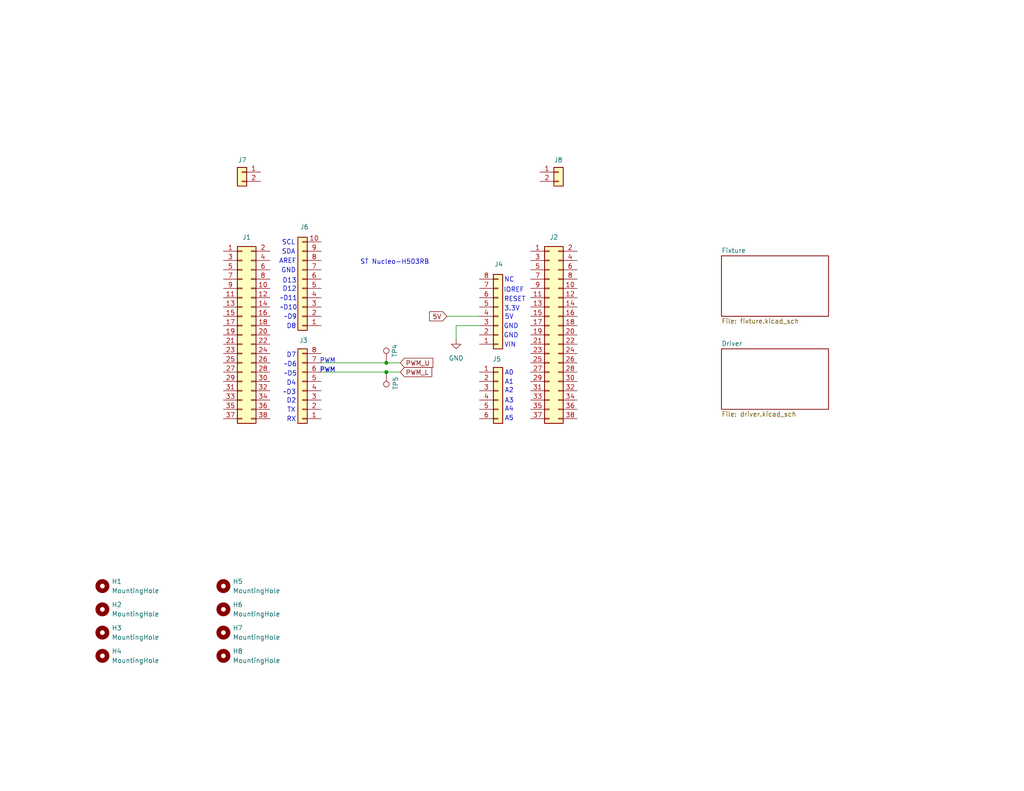
<source format=kicad_sch>
(kicad_sch
	(version 20250114)
	(generator "eeschema")
	(generator_version "9.0")
	(uuid "05d99ba5-bbac-4bd6-931a-0f6166a2e0ac")
	(paper "USLetter")
	(title_block
		(title "Triple Pulse Core Tester")
		(date "2025-01-31")
		(rev "3")
		(company "CoreDataX")
	)
	(lib_symbols
		(symbol "Connector:TestPoint"
			(pin_numbers
				(hide yes)
			)
			(pin_names
				(offset 0.762)
				(hide yes)
			)
			(exclude_from_sim no)
			(in_bom yes)
			(on_board yes)
			(property "Reference" "TP"
				(at 0 6.858 0)
				(effects
					(font
						(size 1.27 1.27)
					)
				)
			)
			(property "Value" "TestPoint"
				(at 0 5.08 0)
				(effects
					(font
						(size 1.27 1.27)
					)
				)
			)
			(property "Footprint" ""
				(at 5.08 0 0)
				(effects
					(font
						(size 1.27 1.27)
					)
					(hide yes)
				)
			)
			(property "Datasheet" "~"
				(at 5.08 0 0)
				(effects
					(font
						(size 1.27 1.27)
					)
					(hide yes)
				)
			)
			(property "Description" "test point"
				(at 0 0 0)
				(effects
					(font
						(size 1.27 1.27)
					)
					(hide yes)
				)
			)
			(property "ki_keywords" "test point tp"
				(at 0 0 0)
				(effects
					(font
						(size 1.27 1.27)
					)
					(hide yes)
				)
			)
			(property "ki_fp_filters" "Pin* Test*"
				(at 0 0 0)
				(effects
					(font
						(size 1.27 1.27)
					)
					(hide yes)
				)
			)
			(symbol "TestPoint_0_1"
				(circle
					(center 0 3.302)
					(radius 0.762)
					(stroke
						(width 0)
						(type default)
					)
					(fill
						(type none)
					)
				)
			)
			(symbol "TestPoint_1_1"
				(pin passive line
					(at 0 0 90)
					(length 2.54)
					(name "1"
						(effects
							(font
								(size 1.27 1.27)
							)
						)
					)
					(number "1"
						(effects
							(font
								(size 1.27 1.27)
							)
						)
					)
				)
			)
			(embedded_fonts no)
		)
		(symbol "Connector_Generic:Conn_01x02"
			(pin_names
				(offset 1.016)
				(hide yes)
			)
			(exclude_from_sim no)
			(in_bom yes)
			(on_board yes)
			(property "Reference" "J"
				(at 0 2.54 0)
				(effects
					(font
						(size 1.27 1.27)
					)
				)
			)
			(property "Value" "Conn_01x02"
				(at 0 -5.08 0)
				(effects
					(font
						(size 1.27 1.27)
					)
				)
			)
			(property "Footprint" ""
				(at 0 0 0)
				(effects
					(font
						(size 1.27 1.27)
					)
					(hide yes)
				)
			)
			(property "Datasheet" "~"
				(at 0 0 0)
				(effects
					(font
						(size 1.27 1.27)
					)
					(hide yes)
				)
			)
			(property "Description" "Generic connector, single row, 01x02, script generated (kicad-library-utils/schlib/autogen/connector/)"
				(at 0 0 0)
				(effects
					(font
						(size 1.27 1.27)
					)
					(hide yes)
				)
			)
			(property "ki_keywords" "connector"
				(at 0 0 0)
				(effects
					(font
						(size 1.27 1.27)
					)
					(hide yes)
				)
			)
			(property "ki_fp_filters" "Connector*:*_1x??_*"
				(at 0 0 0)
				(effects
					(font
						(size 1.27 1.27)
					)
					(hide yes)
				)
			)
			(symbol "Conn_01x02_1_1"
				(rectangle
					(start -1.27 1.27)
					(end 1.27 -3.81)
					(stroke
						(width 0.254)
						(type default)
					)
					(fill
						(type background)
					)
				)
				(rectangle
					(start -1.27 0.127)
					(end 0 -0.127)
					(stroke
						(width 0.1524)
						(type default)
					)
					(fill
						(type none)
					)
				)
				(rectangle
					(start -1.27 -2.413)
					(end 0 -2.667)
					(stroke
						(width 0.1524)
						(type default)
					)
					(fill
						(type none)
					)
				)
				(pin passive line
					(at -5.08 0 0)
					(length 3.81)
					(name "Pin_1"
						(effects
							(font
								(size 1.27 1.27)
							)
						)
					)
					(number "1"
						(effects
							(font
								(size 1.27 1.27)
							)
						)
					)
				)
				(pin passive line
					(at -5.08 -2.54 0)
					(length 3.81)
					(name "Pin_2"
						(effects
							(font
								(size 1.27 1.27)
							)
						)
					)
					(number "2"
						(effects
							(font
								(size 1.27 1.27)
							)
						)
					)
				)
			)
			(embedded_fonts no)
		)
		(symbol "Connector_Generic:Conn_01x06"
			(pin_names
				(offset 1.016)
				(hide yes)
			)
			(exclude_from_sim no)
			(in_bom yes)
			(on_board yes)
			(property "Reference" "J"
				(at 0 7.62 0)
				(effects
					(font
						(size 1.27 1.27)
					)
				)
			)
			(property "Value" "Conn_01x06"
				(at 0 -10.16 0)
				(effects
					(font
						(size 1.27 1.27)
					)
				)
			)
			(property "Footprint" ""
				(at 0 0 0)
				(effects
					(font
						(size 1.27 1.27)
					)
					(hide yes)
				)
			)
			(property "Datasheet" "~"
				(at 0 0 0)
				(effects
					(font
						(size 1.27 1.27)
					)
					(hide yes)
				)
			)
			(property "Description" "Generic connector, single row, 01x06, script generated (kicad-library-utils/schlib/autogen/connector/)"
				(at 0 0 0)
				(effects
					(font
						(size 1.27 1.27)
					)
					(hide yes)
				)
			)
			(property "ki_keywords" "connector"
				(at 0 0 0)
				(effects
					(font
						(size 1.27 1.27)
					)
					(hide yes)
				)
			)
			(property "ki_fp_filters" "Connector*:*_1x??_*"
				(at 0 0 0)
				(effects
					(font
						(size 1.27 1.27)
					)
					(hide yes)
				)
			)
			(symbol "Conn_01x06_1_1"
				(rectangle
					(start -1.27 6.35)
					(end 1.27 -8.89)
					(stroke
						(width 0.254)
						(type default)
					)
					(fill
						(type background)
					)
				)
				(rectangle
					(start -1.27 5.207)
					(end 0 4.953)
					(stroke
						(width 0.1524)
						(type default)
					)
					(fill
						(type none)
					)
				)
				(rectangle
					(start -1.27 2.667)
					(end 0 2.413)
					(stroke
						(width 0.1524)
						(type default)
					)
					(fill
						(type none)
					)
				)
				(rectangle
					(start -1.27 0.127)
					(end 0 -0.127)
					(stroke
						(width 0.1524)
						(type default)
					)
					(fill
						(type none)
					)
				)
				(rectangle
					(start -1.27 -2.413)
					(end 0 -2.667)
					(stroke
						(width 0.1524)
						(type default)
					)
					(fill
						(type none)
					)
				)
				(rectangle
					(start -1.27 -4.953)
					(end 0 -5.207)
					(stroke
						(width 0.1524)
						(type default)
					)
					(fill
						(type none)
					)
				)
				(rectangle
					(start -1.27 -7.493)
					(end 0 -7.747)
					(stroke
						(width 0.1524)
						(type default)
					)
					(fill
						(type none)
					)
				)
				(pin passive line
					(at -5.08 5.08 0)
					(length 3.81)
					(name "Pin_1"
						(effects
							(font
								(size 1.27 1.27)
							)
						)
					)
					(number "1"
						(effects
							(font
								(size 1.27 1.27)
							)
						)
					)
				)
				(pin passive line
					(at -5.08 2.54 0)
					(length 3.81)
					(name "Pin_2"
						(effects
							(font
								(size 1.27 1.27)
							)
						)
					)
					(number "2"
						(effects
							(font
								(size 1.27 1.27)
							)
						)
					)
				)
				(pin passive line
					(at -5.08 0 0)
					(length 3.81)
					(name "Pin_3"
						(effects
							(font
								(size 1.27 1.27)
							)
						)
					)
					(number "3"
						(effects
							(font
								(size 1.27 1.27)
							)
						)
					)
				)
				(pin passive line
					(at -5.08 -2.54 0)
					(length 3.81)
					(name "Pin_4"
						(effects
							(font
								(size 1.27 1.27)
							)
						)
					)
					(number "4"
						(effects
							(font
								(size 1.27 1.27)
							)
						)
					)
				)
				(pin passive line
					(at -5.08 -5.08 0)
					(length 3.81)
					(name "Pin_5"
						(effects
							(font
								(size 1.27 1.27)
							)
						)
					)
					(number "5"
						(effects
							(font
								(size 1.27 1.27)
							)
						)
					)
				)
				(pin passive line
					(at -5.08 -7.62 0)
					(length 3.81)
					(name "Pin_6"
						(effects
							(font
								(size 1.27 1.27)
							)
						)
					)
					(number "6"
						(effects
							(font
								(size 1.27 1.27)
							)
						)
					)
				)
			)
			(embedded_fonts no)
		)
		(symbol "Connector_Generic:Conn_01x08"
			(pin_names
				(offset 1.016)
				(hide yes)
			)
			(exclude_from_sim no)
			(in_bom yes)
			(on_board yes)
			(property "Reference" "J"
				(at 0 10.16 0)
				(effects
					(font
						(size 1.27 1.27)
					)
				)
			)
			(property "Value" "Conn_01x08"
				(at 0 -12.7 0)
				(effects
					(font
						(size 1.27 1.27)
					)
				)
			)
			(property "Footprint" ""
				(at 0 0 0)
				(effects
					(font
						(size 1.27 1.27)
					)
					(hide yes)
				)
			)
			(property "Datasheet" "~"
				(at 0 0 0)
				(effects
					(font
						(size 1.27 1.27)
					)
					(hide yes)
				)
			)
			(property "Description" "Generic connector, single row, 01x08, script generated (kicad-library-utils/schlib/autogen/connector/)"
				(at 0 0 0)
				(effects
					(font
						(size 1.27 1.27)
					)
					(hide yes)
				)
			)
			(property "ki_keywords" "connector"
				(at 0 0 0)
				(effects
					(font
						(size 1.27 1.27)
					)
					(hide yes)
				)
			)
			(property "ki_fp_filters" "Connector*:*_1x??_*"
				(at 0 0 0)
				(effects
					(font
						(size 1.27 1.27)
					)
					(hide yes)
				)
			)
			(symbol "Conn_01x08_1_1"
				(rectangle
					(start -1.27 8.89)
					(end 1.27 -11.43)
					(stroke
						(width 0.254)
						(type default)
					)
					(fill
						(type background)
					)
				)
				(rectangle
					(start -1.27 7.747)
					(end 0 7.493)
					(stroke
						(width 0.1524)
						(type default)
					)
					(fill
						(type none)
					)
				)
				(rectangle
					(start -1.27 5.207)
					(end 0 4.953)
					(stroke
						(width 0.1524)
						(type default)
					)
					(fill
						(type none)
					)
				)
				(rectangle
					(start -1.27 2.667)
					(end 0 2.413)
					(stroke
						(width 0.1524)
						(type default)
					)
					(fill
						(type none)
					)
				)
				(rectangle
					(start -1.27 0.127)
					(end 0 -0.127)
					(stroke
						(width 0.1524)
						(type default)
					)
					(fill
						(type none)
					)
				)
				(rectangle
					(start -1.27 -2.413)
					(end 0 -2.667)
					(stroke
						(width 0.1524)
						(type default)
					)
					(fill
						(type none)
					)
				)
				(rectangle
					(start -1.27 -4.953)
					(end 0 -5.207)
					(stroke
						(width 0.1524)
						(type default)
					)
					(fill
						(type none)
					)
				)
				(rectangle
					(start -1.27 -7.493)
					(end 0 -7.747)
					(stroke
						(width 0.1524)
						(type default)
					)
					(fill
						(type none)
					)
				)
				(rectangle
					(start -1.27 -10.033)
					(end 0 -10.287)
					(stroke
						(width 0.1524)
						(type default)
					)
					(fill
						(type none)
					)
				)
				(pin passive line
					(at -5.08 7.62 0)
					(length 3.81)
					(name "Pin_1"
						(effects
							(font
								(size 1.27 1.27)
							)
						)
					)
					(number "1"
						(effects
							(font
								(size 1.27 1.27)
							)
						)
					)
				)
				(pin passive line
					(at -5.08 5.08 0)
					(length 3.81)
					(name "Pin_2"
						(effects
							(font
								(size 1.27 1.27)
							)
						)
					)
					(number "2"
						(effects
							(font
								(size 1.27 1.27)
							)
						)
					)
				)
				(pin passive line
					(at -5.08 2.54 0)
					(length 3.81)
					(name "Pin_3"
						(effects
							(font
								(size 1.27 1.27)
							)
						)
					)
					(number "3"
						(effects
							(font
								(size 1.27 1.27)
							)
						)
					)
				)
				(pin passive line
					(at -5.08 0 0)
					(length 3.81)
					(name "Pin_4"
						(effects
							(font
								(size 1.27 1.27)
							)
						)
					)
					(number "4"
						(effects
							(font
								(size 1.27 1.27)
							)
						)
					)
				)
				(pin passive line
					(at -5.08 -2.54 0)
					(length 3.81)
					(name "Pin_5"
						(effects
							(font
								(size 1.27 1.27)
							)
						)
					)
					(number "5"
						(effects
							(font
								(size 1.27 1.27)
							)
						)
					)
				)
				(pin passive line
					(at -5.08 -5.08 0)
					(length 3.81)
					(name "Pin_6"
						(effects
							(font
								(size 1.27 1.27)
							)
						)
					)
					(number "6"
						(effects
							(font
								(size 1.27 1.27)
							)
						)
					)
				)
				(pin passive line
					(at -5.08 -7.62 0)
					(length 3.81)
					(name "Pin_7"
						(effects
							(font
								(size 1.27 1.27)
							)
						)
					)
					(number "7"
						(effects
							(font
								(size 1.27 1.27)
							)
						)
					)
				)
				(pin passive line
					(at -5.08 -10.16 0)
					(length 3.81)
					(name "Pin_8"
						(effects
							(font
								(size 1.27 1.27)
							)
						)
					)
					(number "8"
						(effects
							(font
								(size 1.27 1.27)
							)
						)
					)
				)
			)
			(embedded_fonts no)
		)
		(symbol "Connector_Generic:Conn_01x10"
			(pin_names
				(offset 1.016)
				(hide yes)
			)
			(exclude_from_sim no)
			(in_bom yes)
			(on_board yes)
			(property "Reference" "J"
				(at 0 12.7 0)
				(effects
					(font
						(size 1.27 1.27)
					)
				)
			)
			(property "Value" "Conn_01x10"
				(at 0 -15.24 0)
				(effects
					(font
						(size 1.27 1.27)
					)
				)
			)
			(property "Footprint" ""
				(at 0 0 0)
				(effects
					(font
						(size 1.27 1.27)
					)
					(hide yes)
				)
			)
			(property "Datasheet" "~"
				(at 0 0 0)
				(effects
					(font
						(size 1.27 1.27)
					)
					(hide yes)
				)
			)
			(property "Description" "Generic connector, single row, 01x10, script generated (kicad-library-utils/schlib/autogen/connector/)"
				(at 0 0 0)
				(effects
					(font
						(size 1.27 1.27)
					)
					(hide yes)
				)
			)
			(property "ki_keywords" "connector"
				(at 0 0 0)
				(effects
					(font
						(size 1.27 1.27)
					)
					(hide yes)
				)
			)
			(property "ki_fp_filters" "Connector*:*_1x??_*"
				(at 0 0 0)
				(effects
					(font
						(size 1.27 1.27)
					)
					(hide yes)
				)
			)
			(symbol "Conn_01x10_1_1"
				(rectangle
					(start -1.27 11.43)
					(end 1.27 -13.97)
					(stroke
						(width 0.254)
						(type default)
					)
					(fill
						(type background)
					)
				)
				(rectangle
					(start -1.27 10.287)
					(end 0 10.033)
					(stroke
						(width 0.1524)
						(type default)
					)
					(fill
						(type none)
					)
				)
				(rectangle
					(start -1.27 7.747)
					(end 0 7.493)
					(stroke
						(width 0.1524)
						(type default)
					)
					(fill
						(type none)
					)
				)
				(rectangle
					(start -1.27 5.207)
					(end 0 4.953)
					(stroke
						(width 0.1524)
						(type default)
					)
					(fill
						(type none)
					)
				)
				(rectangle
					(start -1.27 2.667)
					(end 0 2.413)
					(stroke
						(width 0.1524)
						(type default)
					)
					(fill
						(type none)
					)
				)
				(rectangle
					(start -1.27 0.127)
					(end 0 -0.127)
					(stroke
						(width 0.1524)
						(type default)
					)
					(fill
						(type none)
					)
				)
				(rectangle
					(start -1.27 -2.413)
					(end 0 -2.667)
					(stroke
						(width 0.1524)
						(type default)
					)
					(fill
						(type none)
					)
				)
				(rectangle
					(start -1.27 -4.953)
					(end 0 -5.207)
					(stroke
						(width 0.1524)
						(type default)
					)
					(fill
						(type none)
					)
				)
				(rectangle
					(start -1.27 -7.493)
					(end 0 -7.747)
					(stroke
						(width 0.1524)
						(type default)
					)
					(fill
						(type none)
					)
				)
				(rectangle
					(start -1.27 -10.033)
					(end 0 -10.287)
					(stroke
						(width 0.1524)
						(type default)
					)
					(fill
						(type none)
					)
				)
				(rectangle
					(start -1.27 -12.573)
					(end 0 -12.827)
					(stroke
						(width 0.1524)
						(type default)
					)
					(fill
						(type none)
					)
				)
				(pin passive line
					(at -5.08 10.16 0)
					(length 3.81)
					(name "Pin_1"
						(effects
							(font
								(size 1.27 1.27)
							)
						)
					)
					(number "1"
						(effects
							(font
								(size 1.27 1.27)
							)
						)
					)
				)
				(pin passive line
					(at -5.08 7.62 0)
					(length 3.81)
					(name "Pin_2"
						(effects
							(font
								(size 1.27 1.27)
							)
						)
					)
					(number "2"
						(effects
							(font
								(size 1.27 1.27)
							)
						)
					)
				)
				(pin passive line
					(at -5.08 5.08 0)
					(length 3.81)
					(name "Pin_3"
						(effects
							(font
								(size 1.27 1.27)
							)
						)
					)
					(number "3"
						(effects
							(font
								(size 1.27 1.27)
							)
						)
					)
				)
				(pin passive line
					(at -5.08 2.54 0)
					(length 3.81)
					(name "Pin_4"
						(effects
							(font
								(size 1.27 1.27)
							)
						)
					)
					(number "4"
						(effects
							(font
								(size 1.27 1.27)
							)
						)
					)
				)
				(pin passive line
					(at -5.08 0 0)
					(length 3.81)
					(name "Pin_5"
						(effects
							(font
								(size 1.27 1.27)
							)
						)
					)
					(number "5"
						(effects
							(font
								(size 1.27 1.27)
							)
						)
					)
				)
				(pin passive line
					(at -5.08 -2.54 0)
					(length 3.81)
					(name "Pin_6"
						(effects
							(font
								(size 1.27 1.27)
							)
						)
					)
					(number "6"
						(effects
							(font
								(size 1.27 1.27)
							)
						)
					)
				)
				(pin passive line
					(at -5.08 -5.08 0)
					(length 3.81)
					(name "Pin_7"
						(effects
							(font
								(size 1.27 1.27)
							)
						)
					)
					(number "7"
						(effects
							(font
								(size 1.27 1.27)
							)
						)
					)
				)
				(pin passive line
					(at -5.08 -7.62 0)
					(length 3.81)
					(name "Pin_8"
						(effects
							(font
								(size 1.27 1.27)
							)
						)
					)
					(number "8"
						(effects
							(font
								(size 1.27 1.27)
							)
						)
					)
				)
				(pin passive line
					(at -5.08 -10.16 0)
					(length 3.81)
					(name "Pin_9"
						(effects
							(font
								(size 1.27 1.27)
							)
						)
					)
					(number "9"
						(effects
							(font
								(size 1.27 1.27)
							)
						)
					)
				)
				(pin passive line
					(at -5.08 -12.7 0)
					(length 3.81)
					(name "Pin_10"
						(effects
							(font
								(size 1.27 1.27)
							)
						)
					)
					(number "10"
						(effects
							(font
								(size 1.27 1.27)
							)
						)
					)
				)
			)
			(embedded_fonts no)
		)
		(symbol "Connector_Generic:Conn_02x19_Odd_Even"
			(pin_names
				(offset 1.016)
				(hide yes)
			)
			(exclude_from_sim no)
			(in_bom yes)
			(on_board yes)
			(property "Reference" "J"
				(at 1.27 25.4 0)
				(effects
					(font
						(size 1.27 1.27)
					)
				)
			)
			(property "Value" "Conn_02x19_Odd_Even"
				(at 1.27 -25.4 0)
				(effects
					(font
						(size 1.27 1.27)
					)
				)
			)
			(property "Footprint" ""
				(at 0 0 0)
				(effects
					(font
						(size 1.27 1.27)
					)
					(hide yes)
				)
			)
			(property "Datasheet" "~"
				(at 0 0 0)
				(effects
					(font
						(size 1.27 1.27)
					)
					(hide yes)
				)
			)
			(property "Description" "Generic connector, double row, 02x19, odd/even pin numbering scheme (row 1 odd numbers, row 2 even numbers), script generated (kicad-library-utils/schlib/autogen/connector/)"
				(at 0 0 0)
				(effects
					(font
						(size 1.27 1.27)
					)
					(hide yes)
				)
			)
			(property "ki_keywords" "connector"
				(at 0 0 0)
				(effects
					(font
						(size 1.27 1.27)
					)
					(hide yes)
				)
			)
			(property "ki_fp_filters" "Connector*:*_2x??_*"
				(at 0 0 0)
				(effects
					(font
						(size 1.27 1.27)
					)
					(hide yes)
				)
			)
			(symbol "Conn_02x19_Odd_Even_1_1"
				(rectangle
					(start -1.27 24.13)
					(end 3.81 -24.13)
					(stroke
						(width 0.254)
						(type default)
					)
					(fill
						(type background)
					)
				)
				(rectangle
					(start -1.27 22.987)
					(end 0 22.733)
					(stroke
						(width 0.1524)
						(type default)
					)
					(fill
						(type none)
					)
				)
				(rectangle
					(start -1.27 20.447)
					(end 0 20.193)
					(stroke
						(width 0.1524)
						(type default)
					)
					(fill
						(type none)
					)
				)
				(rectangle
					(start -1.27 17.907)
					(end 0 17.653)
					(stroke
						(width 0.1524)
						(type default)
					)
					(fill
						(type none)
					)
				)
				(rectangle
					(start -1.27 15.367)
					(end 0 15.113)
					(stroke
						(width 0.1524)
						(type default)
					)
					(fill
						(type none)
					)
				)
				(rectangle
					(start -1.27 12.827)
					(end 0 12.573)
					(stroke
						(width 0.1524)
						(type default)
					)
					(fill
						(type none)
					)
				)
				(rectangle
					(start -1.27 10.287)
					(end 0 10.033)
					(stroke
						(width 0.1524)
						(type default)
					)
					(fill
						(type none)
					)
				)
				(rectangle
					(start -1.27 7.747)
					(end 0 7.493)
					(stroke
						(width 0.1524)
						(type default)
					)
					(fill
						(type none)
					)
				)
				(rectangle
					(start -1.27 5.207)
					(end 0 4.953)
					(stroke
						(width 0.1524)
						(type default)
					)
					(fill
						(type none)
					)
				)
				(rectangle
					(start -1.27 2.667)
					(end 0 2.413)
					(stroke
						(width 0.1524)
						(type default)
					)
					(fill
						(type none)
					)
				)
				(rectangle
					(start -1.27 0.127)
					(end 0 -0.127)
					(stroke
						(width 0.1524)
						(type default)
					)
					(fill
						(type none)
					)
				)
				(rectangle
					(start -1.27 -2.413)
					(end 0 -2.667)
					(stroke
						(width 0.1524)
						(type default)
					)
					(fill
						(type none)
					)
				)
				(rectangle
					(start -1.27 -4.953)
					(end 0 -5.207)
					(stroke
						(width 0.1524)
						(type default)
					)
					(fill
						(type none)
					)
				)
				(rectangle
					(start -1.27 -7.493)
					(end 0 -7.747)
					(stroke
						(width 0.1524)
						(type default)
					)
					(fill
						(type none)
					)
				)
				(rectangle
					(start -1.27 -10.033)
					(end 0 -10.287)
					(stroke
						(width 0.1524)
						(type default)
					)
					(fill
						(type none)
					)
				)
				(rectangle
					(start -1.27 -12.573)
					(end 0 -12.827)
					(stroke
						(width 0.1524)
						(type default)
					)
					(fill
						(type none)
					)
				)
				(rectangle
					(start -1.27 -15.113)
					(end 0 -15.367)
					(stroke
						(width 0.1524)
						(type default)
					)
					(fill
						(type none)
					)
				)
				(rectangle
					(start -1.27 -17.653)
					(end 0 -17.907)
					(stroke
						(width 0.1524)
						(type default)
					)
					(fill
						(type none)
					)
				)
				(rectangle
					(start -1.27 -20.193)
					(end 0 -20.447)
					(stroke
						(width 0.1524)
						(type default)
					)
					(fill
						(type none)
					)
				)
				(rectangle
					(start -1.27 -22.733)
					(end 0 -22.987)
					(stroke
						(width 0.1524)
						(type default)
					)
					(fill
						(type none)
					)
				)
				(rectangle
					(start 3.81 22.987)
					(end 2.54 22.733)
					(stroke
						(width 0.1524)
						(type default)
					)
					(fill
						(type none)
					)
				)
				(rectangle
					(start 3.81 20.447)
					(end 2.54 20.193)
					(stroke
						(width 0.1524)
						(type default)
					)
					(fill
						(type none)
					)
				)
				(rectangle
					(start 3.81 17.907)
					(end 2.54 17.653)
					(stroke
						(width 0.1524)
						(type default)
					)
					(fill
						(type none)
					)
				)
				(rectangle
					(start 3.81 15.367)
					(end 2.54 15.113)
					(stroke
						(width 0.1524)
						(type default)
					)
					(fill
						(type none)
					)
				)
				(rectangle
					(start 3.81 12.827)
					(end 2.54 12.573)
					(stroke
						(width 0.1524)
						(type default)
					)
					(fill
						(type none)
					)
				)
				(rectangle
					(start 3.81 10.287)
					(end 2.54 10.033)
					(stroke
						(width 0.1524)
						(type default)
					)
					(fill
						(type none)
					)
				)
				(rectangle
					(start 3.81 7.747)
					(end 2.54 7.493)
					(stroke
						(width 0.1524)
						(type default)
					)
					(fill
						(type none)
					)
				)
				(rectangle
					(start 3.81 5.207)
					(end 2.54 4.953)
					(stroke
						(width 0.1524)
						(type default)
					)
					(fill
						(type none)
					)
				)
				(rectangle
					(start 3.81 2.667)
					(end 2.54 2.413)
					(stroke
						(width 0.1524)
						(type default)
					)
					(fill
						(type none)
					)
				)
				(rectangle
					(start 3.81 0.127)
					(end 2.54 -0.127)
					(stroke
						(width 0.1524)
						(type default)
					)
					(fill
						(type none)
					)
				)
				(rectangle
					(start 3.81 -2.413)
					(end 2.54 -2.667)
					(stroke
						(width 0.1524)
						(type default)
					)
					(fill
						(type none)
					)
				)
				(rectangle
					(start 3.81 -4.953)
					(end 2.54 -5.207)
					(stroke
						(width 0.1524)
						(type default)
					)
					(fill
						(type none)
					)
				)
				(rectangle
					(start 3.81 -7.493)
					(end 2.54 -7.747)
					(stroke
						(width 0.1524)
						(type default)
					)
					(fill
						(type none)
					)
				)
				(rectangle
					(start 3.81 -10.033)
					(end 2.54 -10.287)
					(stroke
						(width 0.1524)
						(type default)
					)
					(fill
						(type none)
					)
				)
				(rectangle
					(start 3.81 -12.573)
					(end 2.54 -12.827)
					(stroke
						(width 0.1524)
						(type default)
					)
					(fill
						(type none)
					)
				)
				(rectangle
					(start 3.81 -15.113)
					(end 2.54 -15.367)
					(stroke
						(width 0.1524)
						(type default)
					)
					(fill
						(type none)
					)
				)
				(rectangle
					(start 3.81 -17.653)
					(end 2.54 -17.907)
					(stroke
						(width 0.1524)
						(type default)
					)
					(fill
						(type none)
					)
				)
				(rectangle
					(start 3.81 -20.193)
					(end 2.54 -20.447)
					(stroke
						(width 0.1524)
						(type default)
					)
					(fill
						(type none)
					)
				)
				(rectangle
					(start 3.81 -22.733)
					(end 2.54 -22.987)
					(stroke
						(width 0.1524)
						(type default)
					)
					(fill
						(type none)
					)
				)
				(pin passive line
					(at -5.08 22.86 0)
					(length 3.81)
					(name "Pin_1"
						(effects
							(font
								(size 1.27 1.27)
							)
						)
					)
					(number "1"
						(effects
							(font
								(size 1.27 1.27)
							)
						)
					)
				)
				(pin passive line
					(at -5.08 20.32 0)
					(length 3.81)
					(name "Pin_3"
						(effects
							(font
								(size 1.27 1.27)
							)
						)
					)
					(number "3"
						(effects
							(font
								(size 1.27 1.27)
							)
						)
					)
				)
				(pin passive line
					(at -5.08 17.78 0)
					(length 3.81)
					(name "Pin_5"
						(effects
							(font
								(size 1.27 1.27)
							)
						)
					)
					(number "5"
						(effects
							(font
								(size 1.27 1.27)
							)
						)
					)
				)
				(pin passive line
					(at -5.08 15.24 0)
					(length 3.81)
					(name "Pin_7"
						(effects
							(font
								(size 1.27 1.27)
							)
						)
					)
					(number "7"
						(effects
							(font
								(size 1.27 1.27)
							)
						)
					)
				)
				(pin passive line
					(at -5.08 12.7 0)
					(length 3.81)
					(name "Pin_9"
						(effects
							(font
								(size 1.27 1.27)
							)
						)
					)
					(number "9"
						(effects
							(font
								(size 1.27 1.27)
							)
						)
					)
				)
				(pin passive line
					(at -5.08 10.16 0)
					(length 3.81)
					(name "Pin_11"
						(effects
							(font
								(size 1.27 1.27)
							)
						)
					)
					(number "11"
						(effects
							(font
								(size 1.27 1.27)
							)
						)
					)
				)
				(pin passive line
					(at -5.08 7.62 0)
					(length 3.81)
					(name "Pin_13"
						(effects
							(font
								(size 1.27 1.27)
							)
						)
					)
					(number "13"
						(effects
							(font
								(size 1.27 1.27)
							)
						)
					)
				)
				(pin passive line
					(at -5.08 5.08 0)
					(length 3.81)
					(name "Pin_15"
						(effects
							(font
								(size 1.27 1.27)
							)
						)
					)
					(number "15"
						(effects
							(font
								(size 1.27 1.27)
							)
						)
					)
				)
				(pin passive line
					(at -5.08 2.54 0)
					(length 3.81)
					(name "Pin_17"
						(effects
							(font
								(size 1.27 1.27)
							)
						)
					)
					(number "17"
						(effects
							(font
								(size 1.27 1.27)
							)
						)
					)
				)
				(pin passive line
					(at -5.08 0 0)
					(length 3.81)
					(name "Pin_19"
						(effects
							(font
								(size 1.27 1.27)
							)
						)
					)
					(number "19"
						(effects
							(font
								(size 1.27 1.27)
							)
						)
					)
				)
				(pin passive line
					(at -5.08 -2.54 0)
					(length 3.81)
					(name "Pin_21"
						(effects
							(font
								(size 1.27 1.27)
							)
						)
					)
					(number "21"
						(effects
							(font
								(size 1.27 1.27)
							)
						)
					)
				)
				(pin passive line
					(at -5.08 -5.08 0)
					(length 3.81)
					(name "Pin_23"
						(effects
							(font
								(size 1.27 1.27)
							)
						)
					)
					(number "23"
						(effects
							(font
								(size 1.27 1.27)
							)
						)
					)
				)
				(pin passive line
					(at -5.08 -7.62 0)
					(length 3.81)
					(name "Pin_25"
						(effects
							(font
								(size 1.27 1.27)
							)
						)
					)
					(number "25"
						(effects
							(font
								(size 1.27 1.27)
							)
						)
					)
				)
				(pin passive line
					(at -5.08 -10.16 0)
					(length 3.81)
					(name "Pin_27"
						(effects
							(font
								(size 1.27 1.27)
							)
						)
					)
					(number "27"
						(effects
							(font
								(size 1.27 1.27)
							)
						)
					)
				)
				(pin passive line
					(at -5.08 -12.7 0)
					(length 3.81)
					(name "Pin_29"
						(effects
							(font
								(size 1.27 1.27)
							)
						)
					)
					(number "29"
						(effects
							(font
								(size 1.27 1.27)
							)
						)
					)
				)
				(pin passive line
					(at -5.08 -15.24 0)
					(length 3.81)
					(name "Pin_31"
						(effects
							(font
								(size 1.27 1.27)
							)
						)
					)
					(number "31"
						(effects
							(font
								(size 1.27 1.27)
							)
						)
					)
				)
				(pin passive line
					(at -5.08 -17.78 0)
					(length 3.81)
					(name "Pin_33"
						(effects
							(font
								(size 1.27 1.27)
							)
						)
					)
					(number "33"
						(effects
							(font
								(size 1.27 1.27)
							)
						)
					)
				)
				(pin passive line
					(at -5.08 -20.32 0)
					(length 3.81)
					(name "Pin_35"
						(effects
							(font
								(size 1.27 1.27)
							)
						)
					)
					(number "35"
						(effects
							(font
								(size 1.27 1.27)
							)
						)
					)
				)
				(pin passive line
					(at -5.08 -22.86 0)
					(length 3.81)
					(name "Pin_37"
						(effects
							(font
								(size 1.27 1.27)
							)
						)
					)
					(number "37"
						(effects
							(font
								(size 1.27 1.27)
							)
						)
					)
				)
				(pin passive line
					(at 7.62 22.86 180)
					(length 3.81)
					(name "Pin_2"
						(effects
							(font
								(size 1.27 1.27)
							)
						)
					)
					(number "2"
						(effects
							(font
								(size 1.27 1.27)
							)
						)
					)
				)
				(pin passive line
					(at 7.62 20.32 180)
					(length 3.81)
					(name "Pin_4"
						(effects
							(font
								(size 1.27 1.27)
							)
						)
					)
					(number "4"
						(effects
							(font
								(size 1.27 1.27)
							)
						)
					)
				)
				(pin passive line
					(at 7.62 17.78 180)
					(length 3.81)
					(name "Pin_6"
						(effects
							(font
								(size 1.27 1.27)
							)
						)
					)
					(number "6"
						(effects
							(font
								(size 1.27 1.27)
							)
						)
					)
				)
				(pin passive line
					(at 7.62 15.24 180)
					(length 3.81)
					(name "Pin_8"
						(effects
							(font
								(size 1.27 1.27)
							)
						)
					)
					(number "8"
						(effects
							(font
								(size 1.27 1.27)
							)
						)
					)
				)
				(pin passive line
					(at 7.62 12.7 180)
					(length 3.81)
					(name "Pin_10"
						(effects
							(font
								(size 1.27 1.27)
							)
						)
					)
					(number "10"
						(effects
							(font
								(size 1.27 1.27)
							)
						)
					)
				)
				(pin passive line
					(at 7.62 10.16 180)
					(length 3.81)
					(name "Pin_12"
						(effects
							(font
								(size 1.27 1.27)
							)
						)
					)
					(number "12"
						(effects
							(font
								(size 1.27 1.27)
							)
						)
					)
				)
				(pin passive line
					(at 7.62 7.62 180)
					(length 3.81)
					(name "Pin_14"
						(effects
							(font
								(size 1.27 1.27)
							)
						)
					)
					(number "14"
						(effects
							(font
								(size 1.27 1.27)
							)
						)
					)
				)
				(pin passive line
					(at 7.62 5.08 180)
					(length 3.81)
					(name "Pin_16"
						(effects
							(font
								(size 1.27 1.27)
							)
						)
					)
					(number "16"
						(effects
							(font
								(size 1.27 1.27)
							)
						)
					)
				)
				(pin passive line
					(at 7.62 2.54 180)
					(length 3.81)
					(name "Pin_18"
						(effects
							(font
								(size 1.27 1.27)
							)
						)
					)
					(number "18"
						(effects
							(font
								(size 1.27 1.27)
							)
						)
					)
				)
				(pin passive line
					(at 7.62 0 180)
					(length 3.81)
					(name "Pin_20"
						(effects
							(font
								(size 1.27 1.27)
							)
						)
					)
					(number "20"
						(effects
							(font
								(size 1.27 1.27)
							)
						)
					)
				)
				(pin passive line
					(at 7.62 -2.54 180)
					(length 3.81)
					(name "Pin_22"
						(effects
							(font
								(size 1.27 1.27)
							)
						)
					)
					(number "22"
						(effects
							(font
								(size 1.27 1.27)
							)
						)
					)
				)
				(pin passive line
					(at 7.62 -5.08 180)
					(length 3.81)
					(name "Pin_24"
						(effects
							(font
								(size 1.27 1.27)
							)
						)
					)
					(number "24"
						(effects
							(font
								(size 1.27 1.27)
							)
						)
					)
				)
				(pin passive line
					(at 7.62 -7.62 180)
					(length 3.81)
					(name "Pin_26"
						(effects
							(font
								(size 1.27 1.27)
							)
						)
					)
					(number "26"
						(effects
							(font
								(size 1.27 1.27)
							)
						)
					)
				)
				(pin passive line
					(at 7.62 -10.16 180)
					(length 3.81)
					(name "Pin_28"
						(effects
							(font
								(size 1.27 1.27)
							)
						)
					)
					(number "28"
						(effects
							(font
								(size 1.27 1.27)
							)
						)
					)
				)
				(pin passive line
					(at 7.62 -12.7 180)
					(length 3.81)
					(name "Pin_30"
						(effects
							(font
								(size 1.27 1.27)
							)
						)
					)
					(number "30"
						(effects
							(font
								(size 1.27 1.27)
							)
						)
					)
				)
				(pin passive line
					(at 7.62 -15.24 180)
					(length 3.81)
					(name "Pin_32"
						(effects
							(font
								(size 1.27 1.27)
							)
						)
					)
					(number "32"
						(effects
							(font
								(size 1.27 1.27)
							)
						)
					)
				)
				(pin passive line
					(at 7.62 -17.78 180)
					(length 3.81)
					(name "Pin_34"
						(effects
							(font
								(size 1.27 1.27)
							)
						)
					)
					(number "34"
						(effects
							(font
								(size 1.27 1.27)
							)
						)
					)
				)
				(pin passive line
					(at 7.62 -20.32 180)
					(length 3.81)
					(name "Pin_36"
						(effects
							(font
								(size 1.27 1.27)
							)
						)
					)
					(number "36"
						(effects
							(font
								(size 1.27 1.27)
							)
						)
					)
				)
				(pin passive line
					(at 7.62 -22.86 180)
					(length 3.81)
					(name "Pin_38"
						(effects
							(font
								(size 1.27 1.27)
							)
						)
					)
					(number "38"
						(effects
							(font
								(size 1.27 1.27)
							)
						)
					)
				)
			)
			(embedded_fonts no)
		)
		(symbol "Mechanical:MountingHole"
			(pin_names
				(offset 1.016)
			)
			(exclude_from_sim yes)
			(in_bom no)
			(on_board yes)
			(property "Reference" "H"
				(at 0 5.08 0)
				(effects
					(font
						(size 1.27 1.27)
					)
				)
			)
			(property "Value" "MountingHole"
				(at 0 3.175 0)
				(effects
					(font
						(size 1.27 1.27)
					)
				)
			)
			(property "Footprint" ""
				(at 0 0 0)
				(effects
					(font
						(size 1.27 1.27)
					)
					(hide yes)
				)
			)
			(property "Datasheet" "~"
				(at 0 0 0)
				(effects
					(font
						(size 1.27 1.27)
					)
					(hide yes)
				)
			)
			(property "Description" "Mounting Hole without connection"
				(at 0 0 0)
				(effects
					(font
						(size 1.27 1.27)
					)
					(hide yes)
				)
			)
			(property "ki_keywords" "mounting hole"
				(at 0 0 0)
				(effects
					(font
						(size 1.27 1.27)
					)
					(hide yes)
				)
			)
			(property "ki_fp_filters" "MountingHole*"
				(at 0 0 0)
				(effects
					(font
						(size 1.27 1.27)
					)
					(hide yes)
				)
			)
			(symbol "MountingHole_0_1"
				(circle
					(center 0 0)
					(radius 1.27)
					(stroke
						(width 1.27)
						(type default)
					)
					(fill
						(type none)
					)
				)
			)
			(embedded_fonts no)
		)
		(symbol "power:GND"
			(power)
			(pin_numbers
				(hide yes)
			)
			(pin_names
				(offset 0)
				(hide yes)
			)
			(exclude_from_sim no)
			(in_bom yes)
			(on_board yes)
			(property "Reference" "#PWR"
				(at 0 -6.35 0)
				(effects
					(font
						(size 1.27 1.27)
					)
					(hide yes)
				)
			)
			(property "Value" "GND"
				(at 0 -3.81 0)
				(effects
					(font
						(size 1.27 1.27)
					)
				)
			)
			(property "Footprint" ""
				(at 0 0 0)
				(effects
					(font
						(size 1.27 1.27)
					)
					(hide yes)
				)
			)
			(property "Datasheet" ""
				(at 0 0 0)
				(effects
					(font
						(size 1.27 1.27)
					)
					(hide yes)
				)
			)
			(property "Description" "Power symbol creates a global label with name \"GND\" , ground"
				(at 0 0 0)
				(effects
					(font
						(size 1.27 1.27)
					)
					(hide yes)
				)
			)
			(property "ki_keywords" "global power"
				(at 0 0 0)
				(effects
					(font
						(size 1.27 1.27)
					)
					(hide yes)
				)
			)
			(symbol "GND_0_1"
				(polyline
					(pts
						(xy 0 0) (xy 0 -1.27) (xy 1.27 -1.27) (xy 0 -2.54) (xy -1.27 -1.27) (xy 0 -1.27)
					)
					(stroke
						(width 0)
						(type default)
					)
					(fill
						(type none)
					)
				)
			)
			(symbol "GND_1_1"
				(pin power_in line
					(at 0 0 270)
					(length 0)
					(name "~"
						(effects
							(font
								(size 1.27 1.27)
							)
						)
					)
					(number "1"
						(effects
							(font
								(size 1.27 1.27)
							)
						)
					)
				)
			)
			(embedded_fonts no)
		)
	)
	(text "NC"
		(exclude_from_sim no)
		(at 138.938 76.454 0)
		(effects
			(font
				(size 1.27 1.27)
			)
		)
		(uuid "012bf957-65b2-49b9-9271-09fd8c97e73e")
	)
	(text "A0"
		(exclude_from_sim no)
		(at 138.938 101.854 0)
		(effects
			(font
				(size 1.27 1.27)
			)
		)
		(uuid "0ce03a2d-755a-4a9e-837e-b6296e8cb8a5")
	)
	(text "~D9"
		(exclude_from_sim no)
		(at 79.248 86.614 0)
		(effects
			(font
				(size 1.27 1.27)
			)
		)
		(uuid "12018b69-08af-469b-94f6-f99e3747ac9f")
	)
	(text "GND"
		(exclude_from_sim no)
		(at 78.74 73.914 0)
		(effects
			(font
				(size 1.27 1.27)
			)
		)
		(uuid "12855f18-9e08-41fd-a448-12f9e2cb70a7")
	)
	(text "3.3V"
		(exclude_from_sim no)
		(at 139.7 84.328 0)
		(effects
			(font
				(size 1.27 1.27)
			)
		)
		(uuid "12d55292-3089-4296-8c86-56ecde4619c2")
	)
	(text "SCL"
		(exclude_from_sim no)
		(at 78.74 66.294 0)
		(effects
			(font
				(size 1.27 1.27)
			)
		)
		(uuid "17df2d9e-759c-40b7-94d5-92128c558c87")
	)
	(text "IOREF"
		(exclude_from_sim no)
		(at 140.208 79.248 0)
		(effects
			(font
				(size 1.27 1.27)
			)
		)
		(uuid "1b9680d1-1c8e-4dad-ad54-92cb244eed25")
	)
	(text "D4"
		(exclude_from_sim no)
		(at 79.502 104.648 0)
		(effects
			(font
				(size 1.27 1.27)
			)
		)
		(uuid "2035c2f3-0501-4e6e-aab8-cd67ef232465")
	)
	(text "SDA"
		(exclude_from_sim no)
		(at 78.74 68.834 0)
		(effects
			(font
				(size 1.27 1.27)
			)
		)
		(uuid "2d548590-9269-486a-9fd6-cf9fcbd21681")
	)
	(text "D7"
		(exclude_from_sim no)
		(at 79.502 97.028 0)
		(effects
			(font
				(size 1.27 1.27)
			)
		)
		(uuid "2e3ce025-22d7-482c-821e-bd925559a919")
	)
	(text "D13"
		(exclude_from_sim no)
		(at 78.994 76.708 0)
		(effects
			(font
				(size 1.27 1.27)
			)
		)
		(uuid "3629ddc9-f94c-4ecb-b5bc-99ccc2f89896")
	)
	(text "A1"
		(exclude_from_sim no)
		(at 138.938 104.394 0)
		(effects
			(font
				(size 1.27 1.27)
			)
		)
		(uuid "3cb6dc93-2c1b-42d8-a2d2-35c90189f9ff")
	)
	(text "RESET"
		(exclude_from_sim no)
		(at 140.462 81.788 0)
		(effects
			(font
				(size 1.27 1.27)
			)
		)
		(uuid "4233d1b2-73a3-4061-ad1d-8531995a544b")
	)
	(text "GND"
		(exclude_from_sim no)
		(at 139.446 89.154 0)
		(effects
			(font
				(size 1.27 1.27)
			)
		)
		(uuid "485d7f2f-ee0a-4269-b861-733666e49c14")
	)
	(text "5V"
		(exclude_from_sim no)
		(at 138.938 86.614 0)
		(effects
			(font
				(size 1.27 1.27)
			)
		)
		(uuid "53d70cb6-1d80-480a-9c83-b525c0d11eea")
	)
	(text "A5"
		(exclude_from_sim no)
		(at 138.938 114.3 0)
		(effects
			(font
				(size 1.27 1.27)
			)
		)
		(uuid "5c5e434c-e176-4bf3-8a56-3e705f046877")
	)
	(text "~D11"
		(exclude_from_sim no)
		(at 78.74 81.534 0)
		(effects
			(font
				(size 1.27 1.27)
			)
		)
		(uuid "5d56d49f-f26b-4f7d-af79-8c657f757425")
	)
	(text "GND"
		(exclude_from_sim no)
		(at 139.446 91.694 0)
		(effects
			(font
				(size 1.27 1.27)
			)
		)
		(uuid "6481bcc9-66a6-4a8d-a4fc-b024a30e9aa6")
	)
	(text "RX"
		(exclude_from_sim no)
		(at 79.502 114.554 0)
		(effects
			(font
				(size 1.27 1.27)
			)
		)
		(uuid "6dbf4dbc-783e-4160-9887-d1846c42763a")
	)
	(text "~D6"
		(exclude_from_sim no)
		(at 79.248 99.568 0)
		(effects
			(font
				(size 1.27 1.27)
			)
		)
		(uuid "6f9961cc-fef2-4581-ae01-ac5594ccc4fc")
	)
	(text "D8"
		(exclude_from_sim no)
		(at 79.502 89.154 0)
		(effects
			(font
				(size 1.27 1.27)
			)
		)
		(uuid "781bba80-6eb1-4368-a56f-8a23297052db")
	)
	(text "TX"
		(exclude_from_sim no)
		(at 79.502 112.014 0)
		(effects
			(font
				(size 1.27 1.27)
			)
		)
		(uuid "82aad1cf-a882-4c39-b473-d0b1c06b8627")
	)
	(text "PWM"
		(exclude_from_sim no)
		(at 89.408 98.552 0)
		(effects
			(font
				(size 1.27 1.27)
			)
		)
		(uuid "8713e591-a52e-481f-951c-6bdb3472996a")
	)
	(text "D12"
		(exclude_from_sim no)
		(at 78.994 78.994 0)
		(effects
			(font
				(size 1.27 1.27)
			)
		)
		(uuid "8cf3f22b-3f1c-4192-896d-e6bae360396b")
	)
	(text "D2"
		(exclude_from_sim no)
		(at 79.502 109.474 0)
		(effects
			(font
				(size 1.27 1.27)
			)
		)
		(uuid "8ea3176b-19f9-467e-9921-075f6b96e486")
	)
	(text "~D5"
		(exclude_from_sim no)
		(at 79.248 102.108 0)
		(effects
			(font
				(size 1.27 1.27)
			)
		)
		(uuid "a113f616-0d4e-4ec7-a6f1-c31f024dc4a7")
	)
	(text "A2"
		(exclude_from_sim no)
		(at 138.938 106.68 0)
		(effects
			(font
				(size 1.27 1.27)
			)
		)
		(uuid "aaf61665-77be-468e-8e93-4c3206df129e")
	)
	(text "PWM"
		(exclude_from_sim no)
		(at 89.408 101.092 0)
		(effects
			(font
				(size 1.27 1.27)
			)
		)
		(uuid "b00e2778-55c2-4262-948c-a68bfda9c963")
	)
	(text "~D3"
		(exclude_from_sim no)
		(at 78.994 107.188 0)
		(effects
			(font
				(size 1.27 1.27)
			)
		)
		(uuid "c2dc40a9-7c14-4a80-8511-cceb06961e90")
	)
	(text "A4"
		(exclude_from_sim no)
		(at 138.938 111.76 0)
		(effects
			(font
				(size 1.27 1.27)
			)
		)
		(uuid "d8ea21e6-52fa-4546-acfa-8e2a5e70d8fd")
	)
	(text "AREF"
		(exclude_from_sim no)
		(at 78.486 71.374 0)
		(effects
			(font
				(size 1.27 1.27)
			)
		)
		(uuid "dbd93b39-4954-4b6a-8e78-e277b69ed335")
	)
	(text "VIN"
		(exclude_from_sim no)
		(at 139.192 94.234 0)
		(effects
			(font
				(size 1.27 1.27)
			)
		)
		(uuid "df45c418-e377-4f16-9549-2d7ab697bc2a")
	)
	(text "~D10"
		(exclude_from_sim no)
		(at 78.74 84.074 0)
		(effects
			(font
				(size 1.27 1.27)
			)
		)
		(uuid "e28fb460-02fa-4a67-b21d-ee2720b79f4f")
	)
	(text "A3"
		(exclude_from_sim no)
		(at 138.938 109.474 0)
		(effects
			(font
				(size 1.27 1.27)
			)
		)
		(uuid "e9192464-3f32-4be0-a55a-308267246671")
	)
	(text "ST Nucleo-H503RB"
		(exclude_from_sim no)
		(at 107.696 71.628 0)
		(effects
			(font
				(size 1.27 1.27)
			)
		)
		(uuid "ec840769-042d-4b01-9553-07614aabc992")
	)
	(text "PWM"
		(exclude_from_sim no)
		(at 89.408 101.092 0)
		(effects
			(font
				(size 1.27 1.27)
			)
		)
		(uuid "f90215d8-4660-46eb-8720-e83521cc8c56")
	)
	(junction
		(at 105.41 101.6)
		(diameter 0)
		(color 0 0 0 0)
		(uuid "0f12a10f-4872-46a6-b53a-d937c889f43c")
	)
	(junction
		(at 105.41 99.06)
		(diameter 0)
		(color 0 0 0 0)
		(uuid "63ec4e5d-6516-4e92-8819-1bec2dfc38c4")
	)
	(wire
		(pts
			(xy 121.92 86.36) (xy 130.81 86.36)
		)
		(stroke
			(width 0)
			(type default)
		)
		(uuid "1e4eaab5-8311-4965-87a7-8e8e0f3ed8d4")
	)
	(wire
		(pts
			(xy 105.41 101.6) (xy 109.22 101.6)
		)
		(stroke
			(width 0)
			(type default)
		)
		(uuid "32c189a5-1764-413e-a414-46a65fbd350e")
	)
	(wire
		(pts
			(xy 105.41 99.06) (xy 109.22 99.06)
		)
		(stroke
			(width 0)
			(type default)
		)
		(uuid "7b39695b-3848-4257-af05-a8998110fc4e")
	)
	(wire
		(pts
			(xy 87.63 101.6) (xy 105.41 101.6)
		)
		(stroke
			(width 0)
			(type default)
		)
		(uuid "9b264fe8-afc4-4c6d-a848-74f19c0e23f3")
	)
	(wire
		(pts
			(xy 124.46 92.71) (xy 124.46 88.9)
		)
		(stroke
			(width 0)
			(type default)
		)
		(uuid "9c236f0d-9a1f-4f9a-9d38-484ed80e3457")
	)
	(wire
		(pts
			(xy 87.63 99.06) (xy 105.41 99.06)
		)
		(stroke
			(width 0)
			(type default)
		)
		(uuid "a137a711-16d5-4ef3-b8ce-9f2c56e94e47")
	)
	(wire
		(pts
			(xy 124.46 88.9) (xy 130.81 88.9)
		)
		(stroke
			(width 0)
			(type default)
		)
		(uuid "dec54cc0-88f0-42ae-ae68-633f65c9973b")
	)
	(global_label "PWM_L"
		(shape input)
		(at 109.22 101.6 0)
		(fields_autoplaced yes)
		(effects
			(font
				(size 1.27 1.27)
			)
			(justify left)
		)
		(uuid "a80eb514-fcbd-42a3-920e-3718efc8db8f")
		(property "Intersheetrefs" "${INTERSHEET_REFS}"
			(at 118.3737 101.6 0)
			(effects
				(font
					(size 1.27 1.27)
				)
				(justify left)
				(hide yes)
			)
		)
	)
	(global_label "PWM_U"
		(shape input)
		(at 109.22 99.06 0)
		(fields_autoplaced yes)
		(effects
			(font
				(size 1.27 1.27)
			)
			(justify left)
		)
		(uuid "d6237042-490f-4007-9753-d706fa2bb7bb")
		(property "Intersheetrefs" "${INTERSHEET_REFS}"
			(at 118.6761 99.06 0)
			(effects
				(font
					(size 1.27 1.27)
				)
				(justify left)
				(hide yes)
			)
		)
	)
	(global_label "5V"
		(shape input)
		(at 121.92 86.36 180)
		(fields_autoplaced yes)
		(effects
			(font
				(size 1.27 1.27)
			)
			(justify right)
		)
		(uuid "f97dc60a-3373-497d-a65e-0825992ec476")
		(property "Intersheetrefs" "${INTERSHEET_REFS}"
			(at 116.6367 86.36 0)
			(effects
				(font
					(size 1.27 1.27)
				)
				(justify right)
				(hide yes)
			)
		)
	)
	(symbol
		(lib_id "Mechanical:MountingHole")
		(at 60.96 172.72 0)
		(unit 1)
		(exclude_from_sim yes)
		(in_bom no)
		(on_board yes)
		(dnp no)
		(fields_autoplaced yes)
		(uuid "006d819a-43a7-4a04-9274-3c9a01ff49cf")
		(property "Reference" "H7"
			(at 63.5 171.4499 0)
			(effects
				(font
					(size 1.27 1.27)
				)
				(justify left)
			)
		)
		(property "Value" "MountingHole"
			(at 63.5 173.9899 0)
			(effects
				(font
					(size 1.27 1.27)
				)
				(justify left)
			)
		)
		(property "Footprint" "MountingHole:MountingHole_3.2mm_M3_DIN965"
			(at 60.96 172.72 0)
			(effects
				(font
					(size 1.27 1.27)
				)
				(hide yes)
			)
		)
		(property "Datasheet" "~"
			(at 60.96 172.72 0)
			(effects
				(font
					(size 1.27 1.27)
				)
				(hide yes)
			)
		)
		(property "Description" "Mounting Hole without connection"
			(at 60.96 172.72 0)
			(effects
				(font
					(size 1.27 1.27)
				)
				(hide yes)
			)
		)
		(instances
			(project ""
				(path "/05d99ba5-bbac-4bd6-931a-0f6166a2e0ac"
					(reference "H7")
					(unit 1)
				)
			)
		)
	)
	(symbol
		(lib_id "Mechanical:MountingHole")
		(at 27.94 179.07 0)
		(unit 1)
		(exclude_from_sim yes)
		(in_bom no)
		(on_board yes)
		(dnp no)
		(fields_autoplaced yes)
		(uuid "0662bac0-2333-43a6-8c74-76bd29aecce1")
		(property "Reference" "H4"
			(at 30.48 177.7999 0)
			(effects
				(font
					(size 1.27 1.27)
				)
				(justify left)
			)
		)
		(property "Value" "MountingHole"
			(at 30.48 180.3399 0)
			(effects
				(font
					(size 1.27 1.27)
				)
				(justify left)
			)
		)
		(property "Footprint" "MountingHole:MountingHole_3.2mm_M3_DIN965"
			(at 27.94 179.07 0)
			(effects
				(font
					(size 1.27 1.27)
				)
				(hide yes)
			)
		)
		(property "Datasheet" "~"
			(at 27.94 179.07 0)
			(effects
				(font
					(size 1.27 1.27)
				)
				(hide yes)
			)
		)
		(property "Description" "Mounting Hole without connection"
			(at 27.94 179.07 0)
			(effects
				(font
					(size 1.27 1.27)
				)
				(hide yes)
			)
		)
		(instances
			(project ""
				(path "/05d99ba5-bbac-4bd6-931a-0f6166a2e0ac"
					(reference "H4")
					(unit 1)
				)
			)
		)
	)
	(symbol
		(lib_id "Connector:TestPoint")
		(at 105.41 99.06 0)
		(unit 1)
		(exclude_from_sim no)
		(in_bom yes)
		(on_board yes)
		(dnp no)
		(uuid "22139ddf-4aa8-44d9-ac19-c5c880c00f5d")
		(property "Reference" "TP4"
			(at 107.696 95.758 90)
			(effects
				(font
					(size 1.27 1.27)
				)
			)
		)
		(property "Value" "TestPoint"
			(at 107.95 95.758 90)
			(effects
				(font
					(size 1.27 1.27)
				)
				(hide yes)
			)
		)
		(property "Footprint" "TestPoint:TestPoint_Keystone_5010-5014_Multipurpose"
			(at 110.49 99.06 0)
			(effects
				(font
					(size 1.27 1.27)
				)
				(hide yes)
			)
		)
		(property "Datasheet" "~"
			(at 110.49 99.06 0)
			(effects
				(font
					(size 1.27 1.27)
				)
				(hide yes)
			)
		)
		(property "Description" "test point"
			(at 105.41 99.06 0)
			(effects
				(font
					(size 1.27 1.27)
				)
				(hide yes)
			)
		)
		(pin "1"
			(uuid "9bab9879-1a1e-4e7d-8e01-e89ab45cc103")
		)
		(instances
			(project ""
				(path "/05d99ba5-bbac-4bd6-931a-0f6166a2e0ac"
					(reference "TP4")
					(unit 1)
				)
			)
		)
	)
	(symbol
		(lib_id "Mechanical:MountingHole")
		(at 60.96 166.37 0)
		(unit 1)
		(exclude_from_sim yes)
		(in_bom no)
		(on_board yes)
		(dnp no)
		(fields_autoplaced yes)
		(uuid "2a870739-0b84-4a81-b13e-9373a3899093")
		(property "Reference" "H6"
			(at 63.5 165.0999 0)
			(effects
				(font
					(size 1.27 1.27)
				)
				(justify left)
			)
		)
		(property "Value" "MountingHole"
			(at 63.5 167.6399 0)
			(effects
				(font
					(size 1.27 1.27)
				)
				(justify left)
			)
		)
		(property "Footprint" "MountingHole:MountingHole_3.2mm_M3_DIN965"
			(at 60.96 166.37 0)
			(effects
				(font
					(size 1.27 1.27)
				)
				(hide yes)
			)
		)
		(property "Datasheet" "~"
			(at 60.96 166.37 0)
			(effects
				(font
					(size 1.27 1.27)
				)
				(hide yes)
			)
		)
		(property "Description" "Mounting Hole without connection"
			(at 60.96 166.37 0)
			(effects
				(font
					(size 1.27 1.27)
				)
				(hide yes)
			)
		)
		(instances
			(project ""
				(path "/05d99ba5-bbac-4bd6-931a-0f6166a2e0ac"
					(reference "H6")
					(unit 1)
				)
			)
		)
	)
	(symbol
		(lib_id "Connector_Generic:Conn_01x10")
		(at 82.55 78.74 180)
		(unit 1)
		(exclude_from_sim no)
		(in_bom yes)
		(on_board yes)
		(dnp no)
		(uuid "41ddf86d-e28c-4cde-a4ab-afc3419a3be5")
		(property "Reference" "J6"
			(at 83.058 61.976 0)
			(effects
				(font
					(size 1.27 1.27)
				)
			)
		)
		(property "Value" "Conn_01x10"
			(at 82.55 62.23 0)
			(effects
				(font
					(size 1.27 1.27)
				)
				(hide yes)
			)
		)
		(property "Footprint" "Connector_PinHeader_2.54mm:PinHeader_1x10_P2.54mm_Vertical"
			(at 82.55 78.74 0)
			(effects
				(font
					(size 1.27 1.27)
				)
				(hide yes)
			)
		)
		(property "Datasheet" "~"
			(at 82.55 78.74 0)
			(effects
				(font
					(size 1.27 1.27)
				)
				(hide yes)
			)
		)
		(property "Description" "Generic connector, single row, 01x10, script generated (kicad-library-utils/schlib/autogen/connector/)"
			(at 82.55 78.74 0)
			(effects
				(font
					(size 1.27 1.27)
				)
				(hide yes)
			)
		)
		(pin "7"
			(uuid "66a7d5d3-2868-47b0-9bc1-7930f67cf30b")
		)
		(pin "4"
			(uuid "6a67667f-d193-46cb-81fe-aa226ab85cf0")
		)
		(pin "6"
			(uuid "9c4893d7-4e54-4847-b34e-50906b5e7188")
		)
		(pin "8"
			(uuid "b795421e-a87f-4649-bbdb-ddc685453efd")
		)
		(pin "3"
			(uuid "f165d9ae-0870-4fef-9ea9-72ab88c6dda1")
		)
		(pin "5"
			(uuid "4378e5b1-d20d-4d27-8561-d8b61c0089b8")
		)
		(pin "10"
			(uuid "f18bb097-f94d-4b4f-a07a-3380f9ef48a9")
		)
		(pin "9"
			(uuid "0ed650f3-472d-4ee9-976d-2dbfd704b617")
		)
		(pin "2"
			(uuid "ee79af8d-3cdb-40eb-a5b2-c2f3a8ed98c9")
		)
		(pin "1"
			(uuid "06db19cf-602d-4631-8ce0-78c5f13869b3")
		)
		(instances
			(project ""
				(path "/05d99ba5-bbac-4bd6-931a-0f6166a2e0ac"
					(reference "J6")
					(unit 1)
				)
			)
		)
	)
	(symbol
		(lib_id "Connector_Generic:Conn_01x08")
		(at 135.89 86.36 0)
		(mirror x)
		(unit 1)
		(exclude_from_sim no)
		(in_bom yes)
		(on_board yes)
		(dnp no)
		(uuid "42acf175-cdf6-47b3-b844-8701082b875f")
		(property "Reference" "J4"
			(at 134.874 72.136 0)
			(effects
				(font
					(size 1.27 1.27)
				)
				(justify left)
			)
		)
		(property "Value" "Conn_01x08"
			(at 138.43 83.8201 0)
			(effects
				(font
					(size 1.27 1.27)
				)
				(justify left)
				(hide yes)
			)
		)
		(property "Footprint" "Connector_PinHeader_2.54mm:PinHeader_1x08_P2.54mm_Vertical"
			(at 135.89 86.36 0)
			(effects
				(font
					(size 1.27 1.27)
				)
				(hide yes)
			)
		)
		(property "Datasheet" "~"
			(at 135.89 86.36 0)
			(effects
				(font
					(size 1.27 1.27)
				)
				(hide yes)
			)
		)
		(property "Description" "Generic connector, single row, 01x08, script generated (kicad-library-utils/schlib/autogen/connector/)"
			(at 135.89 86.36 0)
			(effects
				(font
					(size 1.27 1.27)
				)
				(hide yes)
			)
		)
		(pin "4"
			(uuid "405a7daa-e0a7-4fb1-a6c4-6ee03c45f98d")
		)
		(pin "8"
			(uuid "30a78403-56c9-4fcb-a7a3-bd050357f6d3")
		)
		(pin "1"
			(uuid "7821bf54-32c5-45eb-9d1f-1681cdbf20dd")
		)
		(pin "5"
			(uuid "489cd2ea-2a2c-4edc-aa22-7047938c8ce4")
		)
		(pin "2"
			(uuid "bafb7d27-398e-44e1-974a-fe5c6d899999")
		)
		(pin "6"
			(uuid "c419558b-5a49-4ecf-a59b-8cf170adfae6")
		)
		(pin "7"
			(uuid "3320fa9c-f331-4378-9b2f-ffcfd263cf3f")
		)
		(pin "3"
			(uuid "9a6a5924-43ba-4dc4-af98-142713f23bba")
		)
		(instances
			(project ""
				(path "/05d99ba5-bbac-4bd6-931a-0f6166a2e0ac"
					(reference "J4")
					(unit 1)
				)
			)
		)
	)
	(symbol
		(lib_id "Connector_Generic:Conn_02x19_Odd_Even")
		(at 66.04 91.44 0)
		(unit 1)
		(exclude_from_sim no)
		(in_bom yes)
		(on_board yes)
		(dnp no)
		(fields_autoplaced yes)
		(uuid "4724fcc1-a635-4dad-b7c6-9de23500526f")
		(property "Reference" "J1"
			(at 67.31 64.77 0)
			(effects
				(font
					(size 1.27 1.27)
				)
			)
		)
		(property "Value" "Conn_02x19_Odd_Even"
			(at 67.31 64.77 0)
			(effects
				(font
					(size 1.27 1.27)
				)
				(hide yes)
			)
		)
		(property "Footprint" "Connector_PinHeader_2.54mm:PinHeader_2x19_P2.54mm_Vertical"
			(at 66.04 91.44 0)
			(effects
				(font
					(size 1.27 1.27)
				)
				(hide yes)
			)
		)
		(property "Datasheet" "~"
			(at 66.04 91.44 0)
			(effects
				(font
					(size 1.27 1.27)
				)
				(hide yes)
			)
		)
		(property "Description" "Generic connector, double row, 02x19, odd/even pin numbering scheme (row 1 odd numbers, row 2 even numbers), script generated (kicad-library-utils/schlib/autogen/connector/)"
			(at 66.04 91.44 0)
			(effects
				(font
					(size 1.27 1.27)
				)
				(hide yes)
			)
		)
		(pin "4"
			(uuid "94a5d7a6-563d-42f8-bd8e-0cf49a955358")
		)
		(pin "1"
			(uuid "ea1cb2c9-1906-498c-a715-5923b0e673bf")
		)
		(pin "21"
			(uuid "6d8aafae-1796-4825-979c-8c3618d432e3")
		)
		(pin "24"
			(uuid "10ed1c11-2df4-4eda-91ea-720dc915686b")
		)
		(pin "25"
			(uuid "8262b0dc-fdf2-4db6-918e-515fa1f4125d")
		)
		(pin "26"
			(uuid "4fcb4351-a2c6-47ff-92ff-7565f780bd03")
		)
		(pin "23"
			(uuid "eddfa537-dab7-43ec-956a-0890e79eb87f")
		)
		(pin "27"
			(uuid "539f81a8-40f2-4dbf-8e0c-0e82400b9a39")
		)
		(pin "20"
			(uuid "31daabd2-ee34-4d7b-80d9-cc0cd5ce6e2a")
		)
		(pin "29"
			(uuid "57c8938d-21c1-49df-b337-693270e436a7")
		)
		(pin "33"
			(uuid "1471d8aa-1d41-4364-b123-cd6965e88f84")
		)
		(pin "16"
			(uuid "cd1bb0dd-1117-4b4b-b008-76cbc8a1f0cf")
		)
		(pin "38"
			(uuid "b2824d23-2cd7-41e3-b8fb-0387df0def6b")
		)
		(pin "6"
			(uuid "20d8a48b-7e87-459f-b127-422885435be0")
		)
		(pin "12"
			(uuid "8d29447b-0ce2-46f6-8960-935760ec14af")
		)
		(pin "22"
			(uuid "59843f6a-23c2-471e-ab91-f2e3c19ec0e9")
		)
		(pin "15"
			(uuid "bd345539-4245-49ab-a49f-95e2eace35f6")
		)
		(pin "30"
			(uuid "87f84e60-68d3-411b-936d-f8474cbfe67a")
		)
		(pin "5"
			(uuid "ac64ca15-d3c0-4c71-969b-edde55feb089")
		)
		(pin "28"
			(uuid "e5b8c110-1ff9-4164-960c-263f5c46f8dd")
		)
		(pin "8"
			(uuid "57ad0f1a-2e48-4f8c-ad27-e19d543fe675")
		)
		(pin "19"
			(uuid "cdef6aa9-f471-4804-9d73-8217380568e1")
		)
		(pin "34"
			(uuid "a0434580-0a8c-4324-a6c1-b013bb23a924")
		)
		(pin "36"
			(uuid "10f322a8-9eb4-48bc-82b6-a1c621fdf3fe")
		)
		(pin "37"
			(uuid "5f5577c0-1667-45fd-8906-17c5a7835762")
		)
		(pin "11"
			(uuid "2ec3c972-fa82-4e6a-b3d2-f6b3b826ac7a")
		)
		(pin "9"
			(uuid "a113a7e0-6a39-4d28-8ddd-d75495fd5a52")
		)
		(pin "31"
			(uuid "4f1fd448-0131-45fe-9c0d-9e08a4f92e08")
		)
		(pin "3"
			(uuid "4ae5c0ff-eeae-4447-a746-0078d9233b1b")
		)
		(pin "32"
			(uuid "c7d09342-04f4-4c4a-a151-17e3f1f13b91")
		)
		(pin "7"
			(uuid "985b069a-9631-4d07-894d-ce45f95e13b3")
		)
		(pin "17"
			(uuid "b39949c1-4455-4d3e-8323-f8604571980a")
		)
		(pin "2"
			(uuid "6e135dd7-74ad-41a3-9443-d3f85676fca0")
		)
		(pin "18"
			(uuid "be1f113c-cb55-4d60-9269-b0bd36e263f0")
		)
		(pin "10"
			(uuid "42a07718-2efd-4a0f-9ec7-565bd611cb4f")
		)
		(pin "14"
			(uuid "1b8ccc04-f56d-43a4-a6a3-7f1b213fccbf")
		)
		(pin "35"
			(uuid "6829ec5c-91bc-4987-a9e9-5a093eeba6f7")
		)
		(pin "13"
			(uuid "e42f4fdd-df49-4780-a234-e834009dc584")
		)
		(instances
			(project "ST2402"
				(path "/05d99ba5-bbac-4bd6-931a-0f6166a2e0ac"
					(reference "J1")
					(unit 1)
				)
			)
		)
	)
	(symbol
		(lib_id "Connector_Generic:Conn_01x08")
		(at 82.55 106.68 180)
		(unit 1)
		(exclude_from_sim no)
		(in_bom yes)
		(on_board yes)
		(dnp no)
		(uuid "54d08667-c0de-4a07-9b04-45d9f2a891c2")
		(property "Reference" "J3"
			(at 82.804 92.964 0)
			(effects
				(font
					(size 1.27 1.27)
				)
			)
		)
		(property "Value" "Conn_01x08"
			(at 82.55 92.71 0)
			(effects
				(font
					(size 1.27 1.27)
				)
				(hide yes)
			)
		)
		(property "Footprint" "Connector_PinHeader_2.54mm:PinHeader_1x08_P2.54mm_Vertical"
			(at 82.55 106.68 0)
			(effects
				(font
					(size 1.27 1.27)
				)
				(hide yes)
			)
		)
		(property "Datasheet" "~"
			(at 82.55 106.68 0)
			(effects
				(font
					(size 1.27 1.27)
				)
				(hide yes)
			)
		)
		(property "Description" "Generic connector, single row, 01x08, script generated (kicad-library-utils/schlib/autogen/connector/)"
			(at 82.55 106.68 0)
			(effects
				(font
					(size 1.27 1.27)
				)
				(hide yes)
			)
		)
		(pin "5"
			(uuid "d9b21a06-10de-4a2d-bd54-e3892ebe935c")
		)
		(pin "7"
			(uuid "4c384e3a-2637-4a10-a2e5-d2742d605e1a")
		)
		(pin "6"
			(uuid "28dab5a0-5b16-4fbb-a2c9-a281ca0934e0")
		)
		(pin "8"
			(uuid "36d0e23f-b8a8-45e5-831f-9f2e6f770a1b")
		)
		(pin "3"
			(uuid "498358f6-63f5-49ce-a491-de6cadb49d40")
		)
		(pin "4"
			(uuid "fcd22607-ee4e-477a-908a-4dd3512df38d")
		)
		(pin "1"
			(uuid "82c4626e-f85e-4920-8091-50e68d283dfb")
		)
		(pin "2"
			(uuid "2048a8c3-cb74-4393-bb9e-6e2cff82b57c")
		)
		(instances
			(project ""
				(path "/05d99ba5-bbac-4bd6-931a-0f6166a2e0ac"
					(reference "J3")
					(unit 1)
				)
			)
		)
	)
	(symbol
		(lib_id "Connector_Generic:Conn_01x02")
		(at 152.4 46.99 0)
		(unit 1)
		(exclude_from_sim no)
		(in_bom yes)
		(on_board yes)
		(dnp no)
		(uuid "5806daf9-8d19-4377-ae93-592a63da59ae")
		(property "Reference" "J8"
			(at 151.13 43.688 0)
			(effects
				(font
					(size 1.27 1.27)
				)
				(justify left)
			)
		)
		(property "Value" "Conn_01x02"
			(at 154.94 49.5299 0)
			(effects
				(font
					(size 1.27 1.27)
				)
				(justify left)
				(hide yes)
			)
		)
		(property "Footprint" "Connector_PinHeader_2.54mm:PinHeader_1x02_P2.54mm_Vertical"
			(at 152.4 46.99 0)
			(effects
				(font
					(size 1.27 1.27)
				)
				(hide yes)
			)
		)
		(property "Datasheet" "~"
			(at 152.4 46.99 0)
			(effects
				(font
					(size 1.27 1.27)
				)
				(hide yes)
			)
		)
		(property "Description" "Generic connector, single row, 01x02, script generated (kicad-library-utils/schlib/autogen/connector/)"
			(at 152.4 46.99 0)
			(effects
				(font
					(size 1.27 1.27)
				)
				(hide yes)
			)
		)
		(pin "2"
			(uuid "c24c2d82-d697-48be-b2ef-442abc084b7b")
		)
		(pin "1"
			(uuid "24c38f66-6b35-49ef-af7d-0eb302012018")
		)
		(instances
			(project ""
				(path "/05d99ba5-bbac-4bd6-931a-0f6166a2e0ac"
					(reference "J8")
					(unit 1)
				)
			)
		)
	)
	(symbol
		(lib_id "Mechanical:MountingHole")
		(at 60.96 160.02 0)
		(unit 1)
		(exclude_from_sim yes)
		(in_bom no)
		(on_board yes)
		(dnp no)
		(fields_autoplaced yes)
		(uuid "78b6657f-75af-4784-b518-fc2e0fb6229e")
		(property "Reference" "H5"
			(at 63.5 158.7499 0)
			(effects
				(font
					(size 1.27 1.27)
				)
				(justify left)
			)
		)
		(property "Value" "MountingHole"
			(at 63.5 161.2899 0)
			(effects
				(font
					(size 1.27 1.27)
				)
				(justify left)
			)
		)
		(property "Footprint" "MountingHole:MountingHole_3.2mm_M3_DIN965"
			(at 60.96 160.02 0)
			(effects
				(font
					(size 1.27 1.27)
				)
				(hide yes)
			)
		)
		(property "Datasheet" "~"
			(at 60.96 160.02 0)
			(effects
				(font
					(size 1.27 1.27)
				)
				(hide yes)
			)
		)
		(property "Description" "Mounting Hole without connection"
			(at 60.96 160.02 0)
			(effects
				(font
					(size 1.27 1.27)
				)
				(hide yes)
			)
		)
		(instances
			(project ""
				(path "/05d99ba5-bbac-4bd6-931a-0f6166a2e0ac"
					(reference "H5")
					(unit 1)
				)
			)
		)
	)
	(symbol
		(lib_id "Connector_Generic:Conn_01x06")
		(at 135.89 106.68 0)
		(unit 1)
		(exclude_from_sim no)
		(in_bom yes)
		(on_board yes)
		(dnp no)
		(uuid "7c2413e9-759c-409e-826b-2f02a5d0be94")
		(property "Reference" "J5"
			(at 134.366 98.044 0)
			(effects
				(font
					(size 1.27 1.27)
				)
				(justify left)
			)
		)
		(property "Value" "Conn_01x06"
			(at 138.43 109.2199 0)
			(effects
				(font
					(size 1.27 1.27)
				)
				(justify left)
				(hide yes)
			)
		)
		(property "Footprint" "Connector_PinHeader_2.54mm:PinHeader_1x06_P2.54mm_Vertical"
			(at 135.89 106.68 0)
			(effects
				(font
					(size 1.27 1.27)
				)
				(hide yes)
			)
		)
		(property "Datasheet" "~"
			(at 135.89 106.68 0)
			(effects
				(font
					(size 1.27 1.27)
				)
				(hide yes)
			)
		)
		(property "Description" "Generic connector, single row, 01x06, script generated (kicad-library-utils/schlib/autogen/connector/)"
			(at 135.89 106.68 0)
			(effects
				(font
					(size 1.27 1.27)
				)
				(hide yes)
			)
		)
		(pin "3"
			(uuid "84988b64-f52d-4558-9b73-e69cbfa570c3")
		)
		(pin "6"
			(uuid "7ff81d2c-b890-486c-8ccb-cb724929d0ba")
		)
		(pin "5"
			(uuid "4a663dcc-fdc3-41bb-b66e-86329d861a6d")
		)
		(pin "1"
			(uuid "c83abc53-2e50-4e60-b2d3-e30435242fa9")
		)
		(pin "4"
			(uuid "5074e54c-278a-411d-a529-e044ed5bc3bd")
		)
		(pin "2"
			(uuid "c7fab399-76f6-44cd-8613-89e7e5dc98a1")
		)
		(instances
			(project ""
				(path "/05d99ba5-bbac-4bd6-931a-0f6166a2e0ac"
					(reference "J5")
					(unit 1)
				)
			)
		)
	)
	(symbol
		(lib_id "Mechanical:MountingHole")
		(at 27.94 166.37 0)
		(unit 1)
		(exclude_from_sim yes)
		(in_bom no)
		(on_board yes)
		(dnp no)
		(fields_autoplaced yes)
		(uuid "7e981026-ad8b-4ea0-b108-b19a5f46e04f")
		(property "Reference" "H2"
			(at 30.48 165.0999 0)
			(effects
				(font
					(size 1.27 1.27)
				)
				(justify left)
			)
		)
		(property "Value" "MountingHole"
			(at 30.48 167.6399 0)
			(effects
				(font
					(size 1.27 1.27)
				)
				(justify left)
			)
		)
		(property "Footprint" "MountingHole:MountingHole_3.2mm_M3_DIN965"
			(at 27.94 166.37 0)
			(effects
				(font
					(size 1.27 1.27)
				)
				(hide yes)
			)
		)
		(property "Datasheet" "~"
			(at 27.94 166.37 0)
			(effects
				(font
					(size 1.27 1.27)
				)
				(hide yes)
			)
		)
		(property "Description" "Mounting Hole without connection"
			(at 27.94 166.37 0)
			(effects
				(font
					(size 1.27 1.27)
				)
				(hide yes)
			)
		)
		(instances
			(project ""
				(path "/05d99ba5-bbac-4bd6-931a-0f6166a2e0ac"
					(reference "H2")
					(unit 1)
				)
			)
		)
	)
	(symbol
		(lib_id "Mechanical:MountingHole")
		(at 60.96 179.07 0)
		(unit 1)
		(exclude_from_sim yes)
		(in_bom no)
		(on_board yes)
		(dnp no)
		(fields_autoplaced yes)
		(uuid "86bbb5ca-f993-495f-b543-948fab700974")
		(property "Reference" "H8"
			(at 63.5 177.7999 0)
			(effects
				(font
					(size 1.27 1.27)
				)
				(justify left)
			)
		)
		(property "Value" "MountingHole"
			(at 63.5 180.3399 0)
			(effects
				(font
					(size 1.27 1.27)
				)
				(justify left)
			)
		)
		(property "Footprint" "MountingHole:MountingHole_3.2mm_M3_DIN965"
			(at 60.96 179.07 0)
			(effects
				(font
					(size 1.27 1.27)
				)
				(hide yes)
			)
		)
		(property "Datasheet" "~"
			(at 60.96 179.07 0)
			(effects
				(font
					(size 1.27 1.27)
				)
				(hide yes)
			)
		)
		(property "Description" "Mounting Hole without connection"
			(at 60.96 179.07 0)
			(effects
				(font
					(size 1.27 1.27)
				)
				(hide yes)
			)
		)
		(instances
			(project ""
				(path "/05d99ba5-bbac-4bd6-931a-0f6166a2e0ac"
					(reference "H8")
					(unit 1)
				)
			)
		)
	)
	(symbol
		(lib_id "Mechanical:MountingHole")
		(at 27.94 172.72 0)
		(unit 1)
		(exclude_from_sim yes)
		(in_bom no)
		(on_board yes)
		(dnp no)
		(fields_autoplaced yes)
		(uuid "88acd001-2d66-49b0-a851-6efe1d271d3b")
		(property "Reference" "H3"
			(at 30.48 171.4499 0)
			(effects
				(font
					(size 1.27 1.27)
				)
				(justify left)
			)
		)
		(property "Value" "MountingHole"
			(at 30.48 173.9899 0)
			(effects
				(font
					(size 1.27 1.27)
				)
				(justify left)
			)
		)
		(property "Footprint" "MountingHole:MountingHole_3.2mm_M3_DIN965"
			(at 27.94 172.72 0)
			(effects
				(font
					(size 1.27 1.27)
				)
				(hide yes)
			)
		)
		(property "Datasheet" "~"
			(at 27.94 172.72 0)
			(effects
				(font
					(size 1.27 1.27)
				)
				(hide yes)
			)
		)
		(property "Description" "Mounting Hole without connection"
			(at 27.94 172.72 0)
			(effects
				(font
					(size 1.27 1.27)
				)
				(hide yes)
			)
		)
		(instances
			(project ""
				(path "/05d99ba5-bbac-4bd6-931a-0f6166a2e0ac"
					(reference "H3")
					(unit 1)
				)
			)
		)
	)
	(symbol
		(lib_id "power:GND")
		(at 124.46 92.71 0)
		(unit 1)
		(exclude_from_sim no)
		(in_bom yes)
		(on_board yes)
		(dnp no)
		(fields_autoplaced yes)
		(uuid "b4ca404e-98dc-4f17-bad2-71853423de6b")
		(property "Reference" "#PWR012"
			(at 124.46 99.06 0)
			(effects
				(font
					(size 1.27 1.27)
				)
				(hide yes)
			)
		)
		(property "Value" "GND"
			(at 124.46 97.79 0)
			(effects
				(font
					(size 1.27 1.27)
				)
			)
		)
		(property "Footprint" ""
			(at 124.46 92.71 0)
			(effects
				(font
					(size 1.27 1.27)
				)
				(hide yes)
			)
		)
		(property "Datasheet" ""
			(at 124.46 92.71 0)
			(effects
				(font
					(size 1.27 1.27)
				)
				(hide yes)
			)
		)
		(property "Description" "Power symbol creates a global label with name \"GND\" , ground"
			(at 124.46 92.71 0)
			(effects
				(font
					(size 1.27 1.27)
				)
				(hide yes)
			)
		)
		(pin "1"
			(uuid "f5f98f36-5e26-4bfa-9f07-985a6696e7f8")
		)
		(instances
			(project ""
				(path "/05d99ba5-bbac-4bd6-931a-0f6166a2e0ac"
					(reference "#PWR012")
					(unit 1)
				)
			)
		)
	)
	(symbol
		(lib_id "Connector_Generic:Conn_02x19_Odd_Even")
		(at 149.86 91.44 0)
		(unit 1)
		(exclude_from_sim no)
		(in_bom yes)
		(on_board yes)
		(dnp no)
		(fields_autoplaced yes)
		(uuid "b905b526-0dd1-4fc6-9ac9-08c6fde74c0c")
		(property "Reference" "J2"
			(at 151.13 64.77 0)
			(effects
				(font
					(size 1.27 1.27)
				)
			)
		)
		(property "Value" "Conn_02x19_Odd_Even"
			(at 151.13 64.77 0)
			(effects
				(font
					(size 1.27 1.27)
				)
				(hide yes)
			)
		)
		(property "Footprint" "Connector_PinHeader_2.54mm:PinHeader_2x19_P2.54mm_Vertical"
			(at 149.86 91.44 0)
			(effects
				(font
					(size 1.27 1.27)
				)
				(hide yes)
			)
		)
		(property "Datasheet" "~"
			(at 149.86 91.44 0)
			(effects
				(font
					(size 1.27 1.27)
				)
				(hide yes)
			)
		)
		(property "Description" "Generic connector, double row, 02x19, odd/even pin numbering scheme (row 1 odd numbers, row 2 even numbers), script generated (kicad-library-utils/schlib/autogen/connector/)"
			(at 149.86 91.44 0)
			(effects
				(font
					(size 1.27 1.27)
				)
				(hide yes)
			)
		)
		(pin "4"
			(uuid "2cb7fc89-8f15-4627-a083-665ec0958af8")
		)
		(pin "1"
			(uuid "e292d3fe-ff70-4b8e-9df1-649cc89cef1a")
		)
		(pin "21"
			(uuid "249715ef-54f2-4bac-9b39-16a5b45112e8")
		)
		(pin "24"
			(uuid "a9e8809d-6648-4ab6-ae4f-199f27186cd4")
		)
		(pin "25"
			(uuid "a839581e-3ee5-41eb-81dc-2dad00effc07")
		)
		(pin "26"
			(uuid "12dee1ff-ab9f-4518-b258-da3b299d62f7")
		)
		(pin "23"
			(uuid "cf2d7b61-85df-47d7-be49-f6034d97fc3f")
		)
		(pin "27"
			(uuid "b4e3814b-62b9-46f8-8e5a-8eb824ee358b")
		)
		(pin "20"
			(uuid "88f908e6-2b21-4062-a1a1-1b76d15698a6")
		)
		(pin "29"
			(uuid "34758d7a-e5b6-4466-9a90-89a20db72f44")
		)
		(pin "33"
			(uuid "0c359f66-a3c4-4707-bc8c-164b8fc7532e")
		)
		(pin "16"
			(uuid "b35d01f7-8c37-4a63-819e-263b56eb0692")
		)
		(pin "38"
			(uuid "ee2276cb-e638-462a-aea0-b276f3036aca")
		)
		(pin "6"
			(uuid "2b34912c-820f-4b6e-8089-79cfa26e4c0c")
		)
		(pin "12"
			(uuid "18002300-97b3-47c6-adcf-3ff7a3acb55d")
		)
		(pin "22"
			(uuid "b247f186-01cc-4cc3-9b68-f763f8d4412c")
		)
		(pin "15"
			(uuid "0b0407ab-446f-4023-a92e-7016c56d3908")
		)
		(pin "30"
			(uuid "22dbf4b3-9e27-4c16-b54d-eb03718c1045")
		)
		(pin "5"
			(uuid "d8b89d16-6dc7-498b-9f24-4ec99bade10a")
		)
		(pin "28"
			(uuid "254bdb23-75a9-4fd7-87d9-2b970e1a7fe3")
		)
		(pin "8"
			(uuid "9f16be65-a112-4f6b-a6b9-aedba8318e75")
		)
		(pin "19"
			(uuid "90046564-07a1-4b2a-8368-73707b37df78")
		)
		(pin "34"
			(uuid "9aa130a0-73d4-4ff6-a51e-7ccb8011304a")
		)
		(pin "36"
			(uuid "6af059b6-5884-4437-9202-be08a1616152")
		)
		(pin "37"
			(uuid "b8dd4dcc-80f6-4242-8f37-a59ac1518c42")
		)
		(pin "11"
			(uuid "6e5473a5-b73f-4793-8c75-f7e9a1290b15")
		)
		(pin "9"
			(uuid "ebfae0a3-9752-4d1e-a33e-8f64ecc78ff5")
		)
		(pin "31"
			(uuid "02ebe252-f48d-4a93-b9c5-b89e46933eb1")
		)
		(pin "3"
			(uuid "0368d98d-1660-427d-b49d-3b81f315dd77")
		)
		(pin "32"
			(uuid "1fc497fb-d413-4c17-a9ae-d2673c87d6fe")
		)
		(pin "7"
			(uuid "5f6b5846-7bd3-4266-a5dc-4b15e631db14")
		)
		(pin "17"
			(uuid "e36ac8d0-9aff-45f8-a625-9a2321e6fd61")
		)
		(pin "2"
			(uuid "9047463c-b847-4dfc-a0e5-789bfdb9e5d0")
		)
		(pin "18"
			(uuid "00fa1a3b-f7d0-4f19-a291-3334cb3e2ae7")
		)
		(pin "10"
			(uuid "1fbdb482-9737-4794-a224-8193bd4f9cef")
		)
		(pin "14"
			(uuid "00de51f5-41ce-4bae-b035-cba8f2e54912")
		)
		(pin "35"
			(uuid "defb10a0-66ce-4436-9de6-5ff2296a2f18")
		)
		(pin "13"
			(uuid "d3d4f75b-57fa-4ee5-94bf-e3d5d9a73648")
		)
		(instances
			(project ""
				(path "/05d99ba5-bbac-4bd6-931a-0f6166a2e0ac"
					(reference "J2")
					(unit 1)
				)
			)
		)
	)
	(symbol
		(lib_id "Connector:TestPoint")
		(at 105.41 101.6 180)
		(unit 1)
		(exclude_from_sim no)
		(in_bom yes)
		(on_board yes)
		(dnp no)
		(uuid "bf02c44a-dce8-40af-b81b-be3cc7ac467b")
		(property "Reference" "TP5"
			(at 107.95 104.648 90)
			(effects
				(font
					(size 1.27 1.27)
				)
			)
		)
		(property "Value" "TestPoint"
			(at 102.87 104.902 90)
			(effects
				(font
					(size 1.27 1.27)
				)
				(hide yes)
			)
		)
		(property "Footprint" "TestPoint:TestPoint_Keystone_5010-5014_Multipurpose"
			(at 100.33 101.6 0)
			(effects
				(font
					(size 1.27 1.27)
				)
				(hide yes)
			)
		)
		(property "Datasheet" "~"
			(at 100.33 101.6 0)
			(effects
				(font
					(size 1.27 1.27)
				)
				(hide yes)
			)
		)
		(property "Description" "test point"
			(at 105.41 101.6 0)
			(effects
				(font
					(size 1.27 1.27)
				)
				(hide yes)
			)
		)
		(pin "1"
			(uuid "c80f976d-225a-4797-a617-406691efa752")
		)
		(instances
			(project "ST2402"
				(path "/05d99ba5-bbac-4bd6-931a-0f6166a2e0ac"
					(reference "TP5")
					(unit 1)
				)
			)
		)
	)
	(symbol
		(lib_id "Connector_Generic:Conn_01x02")
		(at 66.04 46.99 0)
		(mirror y)
		(unit 1)
		(exclude_from_sim no)
		(in_bom yes)
		(on_board yes)
		(dnp no)
		(uuid "cecd4441-acb5-48ce-8d91-87947d4fa0d3")
		(property "Reference" "J7"
			(at 67.31 43.688 0)
			(effects
				(font
					(size 1.27 1.27)
				)
				(justify left)
			)
		)
		(property "Value" "Conn_01x02"
			(at 63.5 49.5299 0)
			(effects
				(font
					(size 1.27 1.27)
				)
				(justify left)
				(hide yes)
			)
		)
		(property "Footprint" "Connector_PinHeader_2.54mm:PinHeader_1x02_P2.54mm_Vertical"
			(at 66.04 46.99 0)
			(effects
				(font
					(size 1.27 1.27)
				)
				(hide yes)
			)
		)
		(property "Datasheet" "~"
			(at 66.04 46.99 0)
			(effects
				(font
					(size 1.27 1.27)
				)
				(hide yes)
			)
		)
		(property "Description" "Generic connector, single row, 01x02, script generated (kicad-library-utils/schlib/autogen/connector/)"
			(at 66.04 46.99 0)
			(effects
				(font
					(size 1.27 1.27)
				)
				(hide yes)
			)
		)
		(pin "2"
			(uuid "336bdd3a-d2c0-4a86-a89a-42eb65f4acb8")
		)
		(pin "1"
			(uuid "381665ad-deb4-4d0b-ad14-457e01e838d0")
		)
		(instances
			(project "ST2402"
				(path "/05d99ba5-bbac-4bd6-931a-0f6166a2e0ac"
					(reference "J7")
					(unit 1)
				)
			)
		)
	)
	(symbol
		(lib_id "Mechanical:MountingHole")
		(at 27.94 160.02 0)
		(unit 1)
		(exclude_from_sim yes)
		(in_bom no)
		(on_board yes)
		(dnp no)
		(fields_autoplaced yes)
		(uuid "d08d9a9a-1cac-4aba-aa70-2c77b4ab5d6a")
		(property "Reference" "H1"
			(at 30.48 158.7499 0)
			(effects
				(font
					(size 1.27 1.27)
				)
				(justify left)
			)
		)
		(property "Value" "MountingHole"
			(at 30.48 161.2899 0)
			(effects
				(font
					(size 1.27 1.27)
				)
				(justify left)
			)
		)
		(property "Footprint" "MountingHole:MountingHole_3.2mm_M3_DIN965"
			(at 27.94 160.02 0)
			(effects
				(font
					(size 1.27 1.27)
				)
				(hide yes)
			)
		)
		(property "Datasheet" "~"
			(at 27.94 160.02 0)
			(effects
				(font
					(size 1.27 1.27)
				)
				(hide yes)
			)
		)
		(property "Description" "Mounting Hole without connection"
			(at 27.94 160.02 0)
			(effects
				(font
					(size 1.27 1.27)
				)
				(hide yes)
			)
		)
		(instances
			(project ""
				(path "/05d99ba5-bbac-4bd6-931a-0f6166a2e0ac"
					(reference "H1")
					(unit 1)
				)
			)
		)
	)
	(sheet
		(at 196.85 69.85)
		(size 29.21 16.51)
		(exclude_from_sim no)
		(in_bom yes)
		(on_board yes)
		(dnp no)
		(fields_autoplaced yes)
		(stroke
			(width 0.1524)
			(type solid)
		)
		(fill
			(color 0 0 0 0.0000)
		)
		(uuid "5d4490ae-cd76-4641-b1a2-87213113c349")
		(property "Sheetname" "Fixture"
			(at 196.85 69.1384 0)
			(effects
				(font
					(size 1.27 1.27)
				)
				(justify left bottom)
			)
		)
		(property "Sheetfile" "fixture.kicad_sch"
			(at 196.85 86.9446 0)
			(effects
				(font
					(size 1.27 1.27)
				)
				(justify left top)
			)
		)
		(instances
			(project "ST2402"
				(path "/05d99ba5-bbac-4bd6-931a-0f6166a2e0ac"
					(page "4")
				)
			)
		)
	)
	(sheet
		(at 196.85 95.25)
		(size 29.21 16.51)
		(exclude_from_sim no)
		(in_bom yes)
		(on_board yes)
		(dnp no)
		(fields_autoplaced yes)
		(stroke
			(width 0.1524)
			(type solid)
		)
		(fill
			(color 0 0 0 0.0000)
		)
		(uuid "b5655a49-0d59-42fc-a534-902e1d3483c1")
		(property "Sheetname" "Driver"
			(at 196.85 94.5384 0)
			(effects
				(font
					(size 1.27 1.27)
				)
				(justify left bottom)
			)
		)
		(property "Sheetfile" "driver.kicad_sch"
			(at 196.85 112.3446 0)
			(effects
				(font
					(size 1.27 1.27)
				)
				(justify left top)
			)
		)
		(instances
			(project "ST2402"
				(path "/05d99ba5-bbac-4bd6-931a-0f6166a2e0ac"
					(page "3")
				)
			)
		)
	)
	(sheet_instances
		(path "/"
			(page "1")
		)
	)
	(embedded_fonts no)
)

</source>
